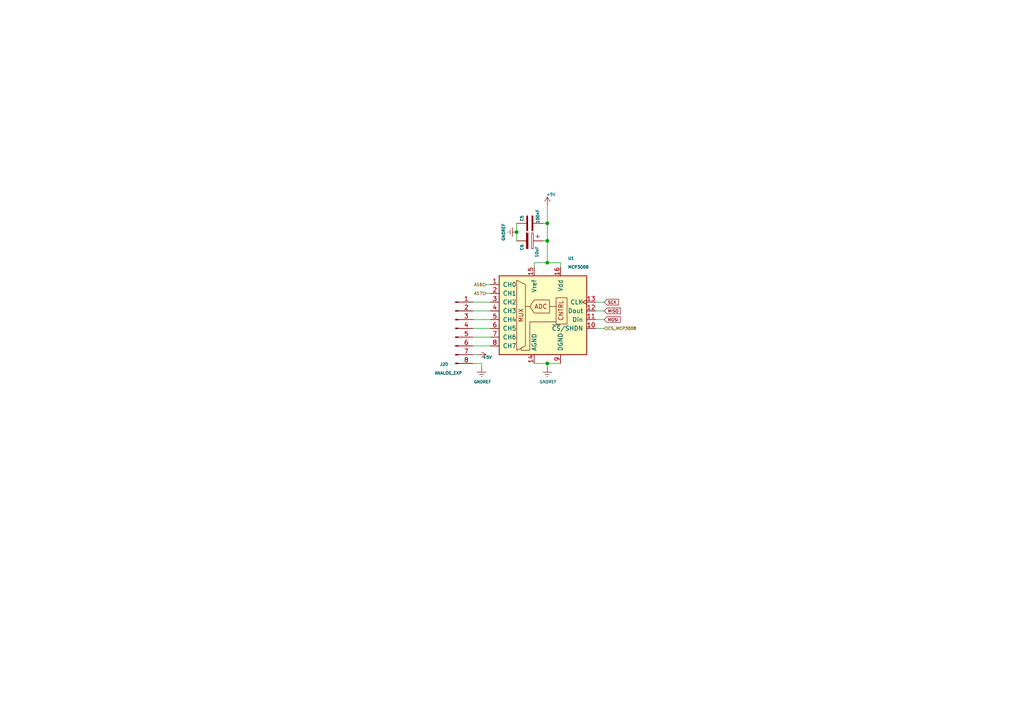
<source format=kicad_sch>
(kicad_sch
	(version 20250114)
	(generator "eeschema")
	(generator_version "9.0")
	(uuid "748780be-8cce-46a2-a9a8-b4f1a3a5267c")
	(paper "A4")
	(lib_symbols
		(symbol "Library:+5V"
			(power)
			(pin_numbers
				(hide yes)
			)
			(pin_names
				(offset 0)
				(hide yes)
			)
			(exclude_from_sim no)
			(in_bom yes)
			(on_board yes)
			(property "Reference" "#PWR"
				(at 0 -3.81 0)
				(effects
					(font
						(size 1.27 1.27)
					)
					(hide yes)
				)
			)
			(property "Value" "+5V"
				(at 0 3.556 0)
				(effects
					(font
						(size 1.27 1.27)
					)
				)
			)
			(property "Footprint" ""
				(at 0 0 0)
				(effects
					(font
						(size 1.27 1.27)
					)
					(hide yes)
				)
			)
			(property "Datasheet" ""
				(at 0 0 0)
				(effects
					(font
						(size 1.27 1.27)
					)
					(hide yes)
				)
			)
			(property "Description" "Power symbol creates a global label with name \"+5V\""
				(at 0 0 0)
				(effects
					(font
						(size 1.27 1.27)
					)
					(hide yes)
				)
			)
			(property "ki_keywords" "global power"
				(at 0 0 0)
				(effects
					(font
						(size 1.27 1.27)
					)
					(hide yes)
				)
			)
			(symbol "+5V_0_1"
				(polyline
					(pts
						(xy -0.762 1.27) (xy 0 2.54)
					)
					(stroke
						(width 0)
						(type default)
					)
					(fill
						(type none)
					)
				)
				(polyline
					(pts
						(xy 0 2.54) (xy 0.762 1.27)
					)
					(stroke
						(width 0)
						(type default)
					)
					(fill
						(type none)
					)
				)
				(polyline
					(pts
						(xy 0 0) (xy 0 2.54)
					)
					(stroke
						(width 0)
						(type default)
					)
					(fill
						(type none)
					)
				)
			)
			(symbol "+5V_1_1"
				(pin power_in line
					(at 0 0 90)
					(length 0)
					(name "~"
						(effects
							(font
								(size 1.27 1.27)
							)
						)
					)
					(number "1"
						(effects
							(font
								(size 1.27 1.27)
							)
						)
					)
				)
			)
			(embedded_fonts no)
		)
		(symbol "Library:C"
			(pin_numbers
				(hide yes)
			)
			(pin_names
				(offset 0.254)
			)
			(exclude_from_sim no)
			(in_bom yes)
			(on_board yes)
			(property "Reference" "C"
				(at 0.635 2.54 0)
				(effects
					(font
						(size 1.27 1.27)
					)
					(justify left)
				)
			)
			(property "Value" "C"
				(at 0.635 -2.54 0)
				(effects
					(font
						(size 1.27 1.27)
					)
					(justify left)
				)
			)
			(property "Footprint" ""
				(at 0.9652 -3.81 0)
				(effects
					(font
						(size 1.27 1.27)
					)
					(hide yes)
				)
			)
			(property "Datasheet" "~"
				(at 0 0 0)
				(effects
					(font
						(size 1.27 1.27)
					)
					(hide yes)
				)
			)
			(property "Description" "Unpolarized capacitor"
				(at 0 0 0)
				(effects
					(font
						(size 1.27 1.27)
					)
					(hide yes)
				)
			)
			(property "ki_keywords" "cap capacitor"
				(at 0 0 0)
				(effects
					(font
						(size 1.27 1.27)
					)
					(hide yes)
				)
			)
			(property "ki_fp_filters" "C_*"
				(at 0 0 0)
				(effects
					(font
						(size 1.27 1.27)
					)
					(hide yes)
				)
			)
			(symbol "C_0_1"
				(polyline
					(pts
						(xy -2.032 0.762) (xy 2.032 0.762)
					)
					(stroke
						(width 0.508)
						(type default)
					)
					(fill
						(type none)
					)
				)
				(polyline
					(pts
						(xy -2.032 -0.762) (xy 2.032 -0.762)
					)
					(stroke
						(width 0.508)
						(type default)
					)
					(fill
						(type none)
					)
				)
			)
			(symbol "C_1_1"
				(pin passive line
					(at 0 3.81 270)
					(length 2.794)
					(name "~"
						(effects
							(font
								(size 1.27 1.27)
							)
						)
					)
					(number "1"
						(effects
							(font
								(size 1.27 1.27)
							)
						)
					)
				)
				(pin passive line
					(at 0 -3.81 90)
					(length 2.794)
					(name "~"
						(effects
							(font
								(size 1.27 1.27)
							)
						)
					)
					(number "2"
						(effects
							(font
								(size 1.27 1.27)
							)
						)
					)
				)
			)
			(embedded_fonts no)
		)
		(symbol "Library:C_Polarized"
			(pin_numbers
				(hide yes)
			)
			(pin_names
				(offset 0.254)
			)
			(exclude_from_sim no)
			(in_bom yes)
			(on_board yes)
			(property "Reference" "C"
				(at 0.635 2.54 0)
				(effects
					(font
						(size 1.27 1.27)
					)
					(justify left)
				)
			)
			(property "Value" "C_Polarized"
				(at 0.635 -2.54 0)
				(effects
					(font
						(size 1.27 1.27)
					)
					(justify left)
				)
			)
			(property "Footprint" ""
				(at 0.9652 -3.81 0)
				(effects
					(font
						(size 1.27 1.27)
					)
					(hide yes)
				)
			)
			(property "Datasheet" "~"
				(at 0 0 0)
				(effects
					(font
						(size 1.27 1.27)
					)
					(hide yes)
				)
			)
			(property "Description" "Polarized capacitor"
				(at 0 0 0)
				(effects
					(font
						(size 1.27 1.27)
					)
					(hide yes)
				)
			)
			(property "ki_keywords" "cap capacitor"
				(at 0 0 0)
				(effects
					(font
						(size 1.27 1.27)
					)
					(hide yes)
				)
			)
			(property "ki_fp_filters" "CP_*"
				(at 0 0 0)
				(effects
					(font
						(size 1.27 1.27)
					)
					(hide yes)
				)
			)
			(symbol "C_Polarized_0_1"
				(rectangle
					(start -2.286 0.508)
					(end 2.286 1.016)
					(stroke
						(width 0)
						(type default)
					)
					(fill
						(type none)
					)
				)
				(polyline
					(pts
						(xy -1.778 2.286) (xy -0.762 2.286)
					)
					(stroke
						(width 0)
						(type default)
					)
					(fill
						(type none)
					)
				)
				(polyline
					(pts
						(xy -1.27 2.794) (xy -1.27 1.778)
					)
					(stroke
						(width 0)
						(type default)
					)
					(fill
						(type none)
					)
				)
				(rectangle
					(start 2.286 -0.508)
					(end -2.286 -1.016)
					(stroke
						(width 0)
						(type default)
					)
					(fill
						(type outline)
					)
				)
			)
			(symbol "C_Polarized_1_1"
				(pin passive line
					(at 0 3.81 270)
					(length 2.794)
					(name "~"
						(effects
							(font
								(size 1.27 1.27)
							)
						)
					)
					(number "1"
						(effects
							(font
								(size 1.27 1.27)
							)
						)
					)
				)
				(pin passive line
					(at 0 -3.81 90)
					(length 2.794)
					(name "~"
						(effects
							(font
								(size 1.27 1.27)
							)
						)
					)
					(number "2"
						(effects
							(font
								(size 1.27 1.27)
							)
						)
					)
				)
			)
			(embedded_fonts no)
		)
		(symbol "Library:Conn_01x08_Pin"
			(pin_names
				(offset 1.016)
				(hide yes)
			)
			(exclude_from_sim no)
			(in_bom yes)
			(on_board yes)
			(property "Reference" "J"
				(at 0 10.16 0)
				(effects
					(font
						(size 1.27 1.27)
					)
				)
			)
			(property "Value" "Conn_01x08_Pin"
				(at 0 -12.7 0)
				(effects
					(font
						(size 1.27 1.27)
					)
				)
			)
			(property "Footprint" ""
				(at 0 0 0)
				(effects
					(font
						(size 1.27 1.27)
					)
					(hide yes)
				)
			)
			(property "Datasheet" "~"
				(at 0 0 0)
				(effects
					(font
						(size 1.27 1.27)
					)
					(hide yes)
				)
			)
			(property "Description" "Generic connector, single row, 01x08, script generated"
				(at 0 0 0)
				(effects
					(font
						(size 1.27 1.27)
					)
					(hide yes)
				)
			)
			(property "ki_locked" ""
				(at 0 0 0)
				(effects
					(font
						(size 1.27 1.27)
					)
				)
			)
			(property "ki_keywords" "connector"
				(at 0 0 0)
				(effects
					(font
						(size 1.27 1.27)
					)
					(hide yes)
				)
			)
			(property "ki_fp_filters" "Connector*:*_1x??_*"
				(at 0 0 0)
				(effects
					(font
						(size 1.27 1.27)
					)
					(hide yes)
				)
			)
			(symbol "Conn_01x08_Pin_1_1"
				(rectangle
					(start 0.8636 7.747)
					(end 0 7.493)
					(stroke
						(width 0.1524)
						(type default)
					)
					(fill
						(type outline)
					)
				)
				(rectangle
					(start 0.8636 5.207)
					(end 0 4.953)
					(stroke
						(width 0.1524)
						(type default)
					)
					(fill
						(type outline)
					)
				)
				(rectangle
					(start 0.8636 2.667)
					(end 0 2.413)
					(stroke
						(width 0.1524)
						(type default)
					)
					(fill
						(type outline)
					)
				)
				(rectangle
					(start 0.8636 0.127)
					(end 0 -0.127)
					(stroke
						(width 0.1524)
						(type default)
					)
					(fill
						(type outline)
					)
				)
				(rectangle
					(start 0.8636 -2.413)
					(end 0 -2.667)
					(stroke
						(width 0.1524)
						(type default)
					)
					(fill
						(type outline)
					)
				)
				(rectangle
					(start 0.8636 -4.953)
					(end 0 -5.207)
					(stroke
						(width 0.1524)
						(type default)
					)
					(fill
						(type outline)
					)
				)
				(rectangle
					(start 0.8636 -7.493)
					(end 0 -7.747)
					(stroke
						(width 0.1524)
						(type default)
					)
					(fill
						(type outline)
					)
				)
				(rectangle
					(start 0.8636 -10.033)
					(end 0 -10.287)
					(stroke
						(width 0.1524)
						(type default)
					)
					(fill
						(type outline)
					)
				)
				(polyline
					(pts
						(xy 1.27 7.62) (xy 0.8636 7.62)
					)
					(stroke
						(width 0.1524)
						(type default)
					)
					(fill
						(type none)
					)
				)
				(polyline
					(pts
						(xy 1.27 5.08) (xy 0.8636 5.08)
					)
					(stroke
						(width 0.1524)
						(type default)
					)
					(fill
						(type none)
					)
				)
				(polyline
					(pts
						(xy 1.27 2.54) (xy 0.8636 2.54)
					)
					(stroke
						(width 0.1524)
						(type default)
					)
					(fill
						(type none)
					)
				)
				(polyline
					(pts
						(xy 1.27 0) (xy 0.8636 0)
					)
					(stroke
						(width 0.1524)
						(type default)
					)
					(fill
						(type none)
					)
				)
				(polyline
					(pts
						(xy 1.27 -2.54) (xy 0.8636 -2.54)
					)
					(stroke
						(width 0.1524)
						(type default)
					)
					(fill
						(type none)
					)
				)
				(polyline
					(pts
						(xy 1.27 -5.08) (xy 0.8636 -5.08)
					)
					(stroke
						(width 0.1524)
						(type default)
					)
					(fill
						(type none)
					)
				)
				(polyline
					(pts
						(xy 1.27 -7.62) (xy 0.8636 -7.62)
					)
					(stroke
						(width 0.1524)
						(type default)
					)
					(fill
						(type none)
					)
				)
				(polyline
					(pts
						(xy 1.27 -10.16) (xy 0.8636 -10.16)
					)
					(stroke
						(width 0.1524)
						(type default)
					)
					(fill
						(type none)
					)
				)
				(pin passive line
					(at 5.08 7.62 180)
					(length 3.81)
					(name "Pin_1"
						(effects
							(font
								(size 1.27 1.27)
							)
						)
					)
					(number "1"
						(effects
							(font
								(size 1.27 1.27)
							)
						)
					)
				)
				(pin passive line
					(at 5.08 5.08 180)
					(length 3.81)
					(name "Pin_2"
						(effects
							(font
								(size 1.27 1.27)
							)
						)
					)
					(number "2"
						(effects
							(font
								(size 1.27 1.27)
							)
						)
					)
				)
				(pin passive line
					(at 5.08 2.54 180)
					(length 3.81)
					(name "Pin_3"
						(effects
							(font
								(size 1.27 1.27)
							)
						)
					)
					(number "3"
						(effects
							(font
								(size 1.27 1.27)
							)
						)
					)
				)
				(pin passive line
					(at 5.08 0 180)
					(length 3.81)
					(name "Pin_4"
						(effects
							(font
								(size 1.27 1.27)
							)
						)
					)
					(number "4"
						(effects
							(font
								(size 1.27 1.27)
							)
						)
					)
				)
				(pin passive line
					(at 5.08 -2.54 180)
					(length 3.81)
					(name "Pin_5"
						(effects
							(font
								(size 1.27 1.27)
							)
						)
					)
					(number "5"
						(effects
							(font
								(size 1.27 1.27)
							)
						)
					)
				)
				(pin passive line
					(at 5.08 -5.08 180)
					(length 3.81)
					(name "Pin_6"
						(effects
							(font
								(size 1.27 1.27)
							)
						)
					)
					(number "6"
						(effects
							(font
								(size 1.27 1.27)
							)
						)
					)
				)
				(pin passive line
					(at 5.08 -7.62 180)
					(length 3.81)
					(name "Pin_7"
						(effects
							(font
								(size 1.27 1.27)
							)
						)
					)
					(number "7"
						(effects
							(font
								(size 1.27 1.27)
							)
						)
					)
				)
				(pin passive line
					(at 5.08 -10.16 180)
					(length 3.81)
					(name "Pin_8"
						(effects
							(font
								(size 1.27 1.27)
							)
						)
					)
					(number "8"
						(effects
							(font
								(size 1.27 1.27)
							)
						)
					)
				)
			)
			(embedded_fonts no)
		)
		(symbol "Library:GNDREF"
			(power)
			(pin_numbers
				(hide yes)
			)
			(pin_names
				(offset 0)
				(hide yes)
			)
			(exclude_from_sim no)
			(in_bom yes)
			(on_board yes)
			(property "Reference" "#PWR"
				(at 0 -6.35 0)
				(effects
					(font
						(size 1.27 1.27)
					)
					(hide yes)
				)
			)
			(property "Value" "GNDREF"
				(at 0 -3.81 0)
				(effects
					(font
						(size 1.27 1.27)
					)
				)
			)
			(property "Footprint" ""
				(at 0 0 0)
				(effects
					(font
						(size 1.27 1.27)
					)
					(hide yes)
				)
			)
			(property "Datasheet" ""
				(at 0 0 0)
				(effects
					(font
						(size 1.27 1.27)
					)
					(hide yes)
				)
			)
			(property "Description" "Power symbol creates a global label with name \"GNDREF\" , reference supply ground"
				(at 0 0 0)
				(effects
					(font
						(size 1.27 1.27)
					)
					(hide yes)
				)
			)
			(property "ki_keywords" "global power"
				(at 0 0 0)
				(effects
					(font
						(size 1.27 1.27)
					)
					(hide yes)
				)
			)
			(symbol "GNDREF_0_1"
				(polyline
					(pts
						(xy -0.635 -1.905) (xy 0.635 -1.905)
					)
					(stroke
						(width 0)
						(type default)
					)
					(fill
						(type none)
					)
				)
				(polyline
					(pts
						(xy -0.127 -2.54) (xy 0.127 -2.54)
					)
					(stroke
						(width 0)
						(type default)
					)
					(fill
						(type none)
					)
				)
				(polyline
					(pts
						(xy 0 -1.27) (xy 0 0)
					)
					(stroke
						(width 0)
						(type default)
					)
					(fill
						(type none)
					)
				)
				(polyline
					(pts
						(xy 1.27 -1.27) (xy -1.27 -1.27)
					)
					(stroke
						(width 0)
						(type default)
					)
					(fill
						(type none)
					)
				)
			)
			(symbol "GNDREF_1_1"
				(pin power_in line
					(at 0 0 270)
					(length 0)
					(name "~"
						(effects
							(font
								(size 1.27 1.27)
							)
						)
					)
					(number "1"
						(effects
							(font
								(size 1.27 1.27)
							)
						)
					)
				)
			)
			(embedded_fonts no)
		)
		(symbol "Library:MCP3008"
			(pin_names
				(offset 1.016)
			)
			(exclude_from_sim no)
			(in_bom yes)
			(on_board yes)
			(property "Reference" "U"
				(at -5.08 13.335 0)
				(effects
					(font
						(size 1.27 1.27)
					)
					(justify right)
				)
			)
			(property "Value" "MCP3008"
				(at -5.08 11.43 0)
				(effects
					(font
						(size 1.27 1.27)
					)
					(justify right)
				)
			)
			(property "Footprint" ""
				(at 2.54 2.54 0)
				(effects
					(font
						(size 1.27 1.27)
					)
					(hide yes)
				)
			)
			(property "Datasheet" "http://ww1.microchip.com/downloads/en/DeviceDoc/21295d.pdf"
				(at 2.54 2.54 0)
				(effects
					(font
						(size 1.27 1.27)
					)
					(hide yes)
				)
			)
			(property "Description" "A/D Converter, 10-Bit, 8-Channel, SPI Interface , 2.7V-5.5V"
				(at 0 0 0)
				(effects
					(font
						(size 1.27 1.27)
					)
					(hide yes)
				)
			)
			(property "ki_keywords" "12bit ADC Reference Single Supply SPI 8CH"
				(at 0 0 0)
				(effects
					(font
						(size 1.27 1.27)
					)
					(hide yes)
				)
			)
			(property "ki_fp_filters" "DIP*W7.62mm* SOIC*3.9x9.9mm*P1.27mm*"
				(at 0 0 0)
				(effects
					(font
						(size 1.27 1.27)
					)
					(hide yes)
				)
			)
			(symbol "MCP3008_0_0"
				(text "MUX"
					(at -6.35 -1.27 900)
					(effects
						(font
							(size 1.27 1.27)
						)
					)
				)
				(text "ADC"
					(at -0.635 1.27 0)
					(effects
						(font
							(size 1.27 1.27)
						)
					)
				)
				(text "CNTRL"
					(at 5.969 -2.921 900)
					(effects
						(font
							(size 1.27 1.27)
						)
						(justify left bottom)
					)
				)
			)
			(symbol "MCP3008_0_1"
				(polyline
					(pts
						(xy -7.62 8.89) (xy -7.62 -11.43) (xy -5.08 -10.16) (xy -5.08 7.62) (xy -7.62 8.89)
					)
					(stroke
						(width 0)
						(type default)
					)
					(fill
						(type none)
					)
				)
				(polyline
					(pts
						(xy -3.81 1.27) (xy -5.08 1.27)
					)
					(stroke
						(width 0)
						(type default)
					)
					(fill
						(type none)
					)
				)
				(polyline
					(pts
						(xy 1.905 3.175) (xy 1.905 -0.635) (xy -2.54 -0.635) (xy -3.81 1.27) (xy -2.54 3.175) (xy 1.905 3.175)
					)
					(stroke
						(width 0)
						(type default)
					)
					(fill
						(type none)
					)
				)
				(polyline
					(pts
						(xy 1.905 1.27) (xy 3.81 1.27)
					)
					(stroke
						(width 0)
						(type default)
					)
					(fill
						(type none)
					)
				)
				(polyline
					(pts
						(xy 3.81 -3.175) (xy -3.81 -3.175) (xy -3.81 -11.43) (xy -6.35 -11.43) (xy -6.35 -10.795)
					)
					(stroke
						(width 0)
						(type default)
					)
					(fill
						(type none)
					)
				)
				(rectangle
					(start 3.81 -3.81)
					(end 6.985 3.81)
					(stroke
						(width 0)
						(type default)
					)
					(fill
						(type none)
					)
				)
				(rectangle
					(start 12.7 -12.7)
					(end -12.7 10.16)
					(stroke
						(width 0.254)
						(type default)
					)
					(fill
						(type background)
					)
				)
			)
			(symbol "MCP3008_1_1"
				(pin input line
					(at -15.24 7.62 0)
					(length 2.54)
					(name "CH0"
						(effects
							(font
								(size 1.27 1.27)
							)
						)
					)
					(number "1"
						(effects
							(font
								(size 1.27 1.27)
							)
						)
					)
				)
				(pin input line
					(at -15.24 5.08 0)
					(length 2.54)
					(name "CH1"
						(effects
							(font
								(size 1.27 1.27)
							)
						)
					)
					(number "2"
						(effects
							(font
								(size 1.27 1.27)
							)
						)
					)
				)
				(pin input line
					(at -15.24 2.54 0)
					(length 2.54)
					(name "CH2"
						(effects
							(font
								(size 1.27 1.27)
							)
						)
					)
					(number "3"
						(effects
							(font
								(size 1.27 1.27)
							)
						)
					)
				)
				(pin input line
					(at -15.24 0 0)
					(length 2.54)
					(name "CH3"
						(effects
							(font
								(size 1.27 1.27)
							)
						)
					)
					(number "4"
						(effects
							(font
								(size 1.27 1.27)
							)
						)
					)
				)
				(pin input line
					(at -15.24 -2.54 0)
					(length 2.54)
					(name "CH4"
						(effects
							(font
								(size 1.27 1.27)
							)
						)
					)
					(number "5"
						(effects
							(font
								(size 1.27 1.27)
							)
						)
					)
				)
				(pin input line
					(at -15.24 -5.08 0)
					(length 2.54)
					(name "CH5"
						(effects
							(font
								(size 1.27 1.27)
							)
						)
					)
					(number "6"
						(effects
							(font
								(size 1.27 1.27)
							)
						)
					)
				)
				(pin input line
					(at -15.24 -7.62 0)
					(length 2.54)
					(name "CH6"
						(effects
							(font
								(size 1.27 1.27)
							)
						)
					)
					(number "7"
						(effects
							(font
								(size 1.27 1.27)
							)
						)
					)
				)
				(pin input line
					(at -15.24 -10.16 0)
					(length 2.54)
					(name "CH7"
						(effects
							(font
								(size 1.27 1.27)
							)
						)
					)
					(number "8"
						(effects
							(font
								(size 1.27 1.27)
							)
						)
					)
				)
				(pin power_in line
					(at -2.54 12.7 270)
					(length 2.54)
					(name "Vref"
						(effects
							(font
								(size 1.27 1.27)
							)
						)
					)
					(number "15"
						(effects
							(font
								(size 1.27 1.27)
							)
						)
					)
				)
				(pin power_in line
					(at -2.54 -15.24 90)
					(length 2.54)
					(name "AGND"
						(effects
							(font
								(size 1.27 1.27)
							)
						)
					)
					(number "14"
						(effects
							(font
								(size 1.27 1.27)
							)
						)
					)
				)
				(pin power_in line
					(at 5.08 12.7 270)
					(length 2.54)
					(name "Vdd"
						(effects
							(font
								(size 1.27 1.27)
							)
						)
					)
					(number "16"
						(effects
							(font
								(size 1.27 1.27)
							)
						)
					)
				)
				(pin power_in line
					(at 5.08 -15.24 90)
					(length 2.54)
					(name "DGND"
						(effects
							(font
								(size 1.27 1.27)
							)
						)
					)
					(number "9"
						(effects
							(font
								(size 1.27 1.27)
							)
						)
					)
				)
				(pin input clock
					(at 15.24 2.54 180)
					(length 2.54)
					(name "CLK"
						(effects
							(font
								(size 1.27 1.27)
							)
						)
					)
					(number "13"
						(effects
							(font
								(size 1.27 1.27)
							)
						)
					)
				)
				(pin output line
					(at 15.24 0 180)
					(length 2.54)
					(name "Dout"
						(effects
							(font
								(size 1.27 1.27)
							)
						)
					)
					(number "12"
						(effects
							(font
								(size 1.27 1.27)
							)
						)
					)
				)
				(pin input line
					(at 15.24 -2.54 180)
					(length 2.54)
					(name "Din"
						(effects
							(font
								(size 1.27 1.27)
							)
						)
					)
					(number "11"
						(effects
							(font
								(size 1.27 1.27)
							)
						)
					)
				)
				(pin input line
					(at 15.24 -5.08 180)
					(length 2.54)
					(name "~{CS}/SHDN"
						(effects
							(font
								(size 1.27 1.27)
							)
						)
					)
					(number "10"
						(effects
							(font
								(size 1.27 1.27)
							)
						)
					)
				)
			)
			(embedded_fonts no)
		)
	)
	(junction
		(at 158.75 64.77)
		(diameter 0)
		(color 0 0 0 0)
		(uuid "6a133a8b-d070-4166-8e30-4af77a3febda")
	)
	(junction
		(at 149.86 67.31)
		(diameter 0)
		(color 0 0 0 0)
		(uuid "6d821b3d-41bf-4822-b1ec-329a6a1f530a")
	)
	(junction
		(at 158.75 69.85)
		(diameter 0)
		(color 0 0 0 0)
		(uuid "75516dc1-0d90-49a4-8b89-ce159302f6bb")
	)
	(junction
		(at 158.75 105.41)
		(diameter 0)
		(color 0 0 0 0)
		(uuid "da4386e1-3951-4f10-8468-ac9e7fce2a4d")
	)
	(junction
		(at 158.75 76.2)
		(diameter 0)
		(color 0 0 0 0)
		(uuid "eb9e0fce-76fd-4179-a3bd-14b830c8137c")
	)
	(wire
		(pts
			(xy 172.72 90.17) (xy 175.26 90.17)
		)
		(stroke
			(width 0)
			(type default)
		)
		(uuid "06974cfa-3769-4d33-bf98-d5feb8dd2cd4")
	)
	(wire
		(pts
			(xy 140.97 82.55) (xy 142.24 82.55)
		)
		(stroke
			(width 0)
			(type default)
		)
		(uuid "0ab3de63-8ccb-4a3a-a49a-390187defa49")
	)
	(wire
		(pts
			(xy 157.48 69.85) (xy 158.75 69.85)
		)
		(stroke
			(width 0)
			(type default)
		)
		(uuid "13f846f2-3337-436d-83c7-8886742acc45")
	)
	(wire
		(pts
			(xy 162.56 76.2) (xy 162.56 77.47)
		)
		(stroke
			(width 0)
			(type default)
		)
		(uuid "1ed44a85-7dc2-403d-bbec-c1e692929f93")
	)
	(wire
		(pts
			(xy 137.16 87.63) (xy 142.24 87.63)
		)
		(stroke
			(width 0)
			(type default)
		)
		(uuid "28a97c2c-8053-410a-839b-448e5389eab6")
	)
	(wire
		(pts
			(xy 172.72 92.71) (xy 175.26 92.71)
		)
		(stroke
			(width 0)
			(type default)
		)
		(uuid "3ab822b9-ad5d-4c35-bb1b-ff5bfd5e6ddd")
	)
	(wire
		(pts
			(xy 158.75 106.68) (xy 158.75 105.41)
		)
		(stroke
			(width 0)
			(type default)
		)
		(uuid "3aebb851-c8b6-41b9-9b08-d644c829ddb6")
	)
	(wire
		(pts
			(xy 137.16 92.71) (xy 142.24 92.71)
		)
		(stroke
			(width 0)
			(type default)
		)
		(uuid "3e4db546-6fb2-4fc5-9f83-7ded13432cb9")
	)
	(wire
		(pts
			(xy 158.75 59.69) (xy 158.75 64.77)
		)
		(stroke
			(width 0)
			(type default)
		)
		(uuid "3ee2efdb-9a24-40f8-9fff-c3bd08e9fc30")
	)
	(wire
		(pts
			(xy 149.86 67.31) (xy 149.86 64.77)
		)
		(stroke
			(width 0)
			(type default)
		)
		(uuid "550a95ca-4563-4e29-8f53-7d1ec4905c16")
	)
	(wire
		(pts
			(xy 154.94 76.2) (xy 154.94 77.47)
		)
		(stroke
			(width 0)
			(type default)
		)
		(uuid "69c6f656-19b4-4643-ae26-1760431ede32")
	)
	(wire
		(pts
			(xy 137.16 95.25) (xy 142.24 95.25)
		)
		(stroke
			(width 0)
			(type default)
		)
		(uuid "6a005331-0fef-49cc-8f9a-851eb519837a")
	)
	(wire
		(pts
			(xy 158.75 105.41) (xy 154.94 105.41)
		)
		(stroke
			(width 0)
			(type default)
		)
		(uuid "6ddfac82-a873-4bd9-b147-4823143f6b3e")
	)
	(wire
		(pts
			(xy 137.16 100.33) (xy 142.24 100.33)
		)
		(stroke
			(width 0)
			(type default)
		)
		(uuid "7410348f-2dc5-4873-bf6e-7fef82a3bad2")
	)
	(wire
		(pts
			(xy 140.97 85.09) (xy 142.24 85.09)
		)
		(stroke
			(width 0)
			(type default)
		)
		(uuid "792e671f-83b3-4e54-844a-c4101735edae")
	)
	(wire
		(pts
			(xy 137.16 90.17) (xy 142.24 90.17)
		)
		(stroke
			(width 0)
			(type default)
		)
		(uuid "7a678337-0645-4e98-ae6f-51ad49f8cad3")
	)
	(wire
		(pts
			(xy 158.75 69.85) (xy 158.75 76.2)
		)
		(stroke
			(width 0)
			(type default)
		)
		(uuid "7e1f1ea2-4f67-4a46-9531-a96436c10693")
	)
	(wire
		(pts
			(xy 137.16 105.41) (xy 139.7 105.41)
		)
		(stroke
			(width 0)
			(type default)
		)
		(uuid "ab0a7910-cd58-4a74-94d6-86228117876e")
	)
	(wire
		(pts
			(xy 154.94 76.2) (xy 158.75 76.2)
		)
		(stroke
			(width 0)
			(type default)
		)
		(uuid "b0d3822b-2ccd-4d21-aa03-2d2521034409")
	)
	(wire
		(pts
			(xy 139.7 105.41) (xy 139.7 106.68)
		)
		(stroke
			(width 0)
			(type default)
		)
		(uuid "b6373cc5-1be6-4ac2-936a-511ac159fc45")
	)
	(wire
		(pts
			(xy 158.75 64.77) (xy 158.75 69.85)
		)
		(stroke
			(width 0)
			(type default)
		)
		(uuid "bf1035c2-e5c3-4cf8-8fca-04c88e3a3c76")
	)
	(wire
		(pts
			(xy 158.75 105.41) (xy 162.56 105.41)
		)
		(stroke
			(width 0)
			(type default)
		)
		(uuid "bf990a0f-590f-44d3-a8f4-736a4a04b130")
	)
	(wire
		(pts
			(xy 172.72 95.25) (xy 175.26 95.25)
		)
		(stroke
			(width 0)
			(type default)
		)
		(uuid "c6209d20-49fa-4285-bdf4-8df23dcb951d")
	)
	(wire
		(pts
			(xy 137.16 102.87) (xy 138.43 102.87)
		)
		(stroke
			(width 0)
			(type default)
		)
		(uuid "ce5ca40c-eaa9-48b3-bfdf-ba9e40e8ef8e")
	)
	(wire
		(pts
			(xy 137.16 97.79) (xy 142.24 97.79)
		)
		(stroke
			(width 0)
			(type default)
		)
		(uuid "e8cd5691-ff46-40d1-9905-ead70f4d13a0")
	)
	(wire
		(pts
			(xy 158.75 76.2) (xy 162.56 76.2)
		)
		(stroke
			(width 0)
			(type default)
		)
		(uuid "e97c00f7-74a8-4590-a0e2-095a71673f2d")
	)
	(wire
		(pts
			(xy 172.72 87.63) (xy 175.26 87.63)
		)
		(stroke
			(width 0)
			(type default)
		)
		(uuid "f293f9b3-afd7-41c7-8a68-695911d3fe7e")
	)
	(wire
		(pts
			(xy 149.86 69.85) (xy 149.86 67.31)
		)
		(stroke
			(width 0)
			(type default)
		)
		(uuid "f633474c-ae80-4b9f-8ee0-836039e03534")
	)
	(wire
		(pts
			(xy 157.48 64.77) (xy 158.75 64.77)
		)
		(stroke
			(width 0)
			(type default)
		)
		(uuid "f7b98d46-9761-4e54-892a-10f07b0c617f")
	)
	(global_label "MOSI"
		(shape input)
		(at 175.26 92.71 0)
		(fields_autoplaced yes)
		(effects
			(font
				(size 0.85 0.85)
			)
			(justify left)
		)
		(uuid "3e4a4c7c-69b2-49e3-a677-60c58f622347")
		(property "Intersheetrefs" "${INTERSHEET_REFS}"
			(at 180.3344 92.71 0)
			(effects
				(font
					(size 1.27 1.27)
				)
				(justify left)
				(hide yes)
			)
		)
	)
	(global_label "MISO"
		(shape input)
		(at 175.26 90.17 0)
		(fields_autoplaced yes)
		(effects
			(font
				(size 0.85 0.85)
			)
			(justify left)
		)
		(uuid "6d098246-4dd5-400b-83ce-41bc8c15a18d")
		(property "Intersheetrefs" "${INTERSHEET_REFS}"
			(at 180.3344 90.17 0)
			(effects
				(font
					(size 1.27 1.27)
				)
				(justify left)
				(hide yes)
			)
		)
	)
	(global_label "SCK"
		(shape input)
		(at 175.26 87.63 0)
		(fields_autoplaced yes)
		(effects
			(font
				(size 0.85 0.85)
			)
			(justify left)
		)
		(uuid "9689bc8f-d94b-41f3-96b9-33b48a729f36")
		(property "Intersheetrefs" "${INTERSHEET_REFS}"
			(at 179.7677 87.63 0)
			(effects
				(font
					(size 1.27 1.27)
				)
				(justify left)
				(hide yes)
			)
		)
	)
	(hierarchical_label "A16"
		(shape input)
		(at 140.97 82.55 180)
		(effects
			(font
				(size 0.85 0.85)
			)
			(justify right)
		)
		(uuid "5eefd379-ab43-4420-97be-c8b8cb4921e7")
	)
	(hierarchical_label "CS_MCP3008"
		(shape input)
		(at 175.26 95.25 0)
		(effects
			(font
				(size 0.85 0.85)
			)
			(justify left)
		)
		(uuid "6ac967f0-6451-435b-a23f-7e8289d8b908")
	)
	(hierarchical_label "A17"
		(shape input)
		(at 140.97 85.09 180)
		(effects
			(font
				(size 0.85 0.85)
			)
			(justify right)
		)
		(uuid "ea6c74ce-a0d6-4514-a005-24819bdc06dc")
	)
	(symbol
		(lib_id "Library:+5V")
		(at 138.43 102.87 270)
		(unit 1)
		(exclude_from_sim no)
		(in_bom yes)
		(on_board yes)
		(dnp no)
		(uuid "09fd77c5-c94a-458e-89e9-50250eb48854")
		(property "Reference" "#PWR054"
			(at 134.62 102.87 0)
			(effects
				(font
					(size 0.85 0.85)
				)
				(hide yes)
			)
		)
		(property "Value" "+5V"
			(at 139.954 103.632 90)
			(effects
				(font
					(size 0.85 0.85)
				)
				(justify left)
			)
		)
		(property "Footprint" ""
			(at 138.43 102.87 0)
			(effects
				(font
					(size 0.85 0.85)
				)
				(hide yes)
			)
		)
		(property "Datasheet" ""
			(at 138.43 102.87 0)
			(effects
				(font
					(size 0.85 0.85)
				)
				(hide yes)
			)
		)
		(property "Description" "Power symbol creates a global label with name \"+5V\""
			(at 138.43 102.87 0)
			(effects
				(font
					(size 0.85 0.85)
				)
				(hide yes)
			)
		)
		(pin "1"
			(uuid "fd58bce0-5440-479d-b47d-e3b0547cfd48")
		)
		(instances
			(project "MoistureDatalogger"
				(path "/2465b45a-61bf-4bb8-9f23-f35ab1c53bad/e4c15dcc-1a1f-4c1d-8b79-58b3189d10b6"
					(reference "#PWR054")
					(unit 1)
				)
			)
		)
	)
	(symbol
		(lib_id "Library:C_Polarized")
		(at 153.67 69.85 270)
		(unit 1)
		(exclude_from_sim no)
		(in_bom yes)
		(on_board yes)
		(dnp no)
		(uuid "2d4e5a70-340c-43e6-a471-42c167934a80")
		(property "Reference" "C6"
			(at 151.384 72.644 0)
			(effects
				(font
					(size 0.85 0.85)
				)
				(justify right)
			)
		)
		(property "Value" "10uF"
			(at 155.702 74.676 0)
			(effects
				(font
					(size 0.85 0.85)
				)
				(justify right)
			)
		)
		(property "Footprint" "Library:C_0805_2012Metric"
			(at 149.86 70.8152 0)
			(effects
				(font
					(size 0.85 0.85)
				)
				(hide yes)
			)
		)
		(property "Datasheet" "~"
			(at 153.67 69.85 0)
			(effects
				(font
					(size 0.85 0.85)
				)
				(hide yes)
			)
		)
		(property "Description" "Polarized capacitor"
			(at 153.67 69.85 0)
			(effects
				(font
					(size 0.85 0.85)
				)
				(hide yes)
			)
		)
		(pin "2"
			(uuid "0eeaaf74-6416-4825-a192-05b6b3f878c9")
		)
		(pin "1"
			(uuid "386d48a3-f619-49c4-b217-2010feaf4c91")
		)
		(instances
			(project "MoistureDatalogger"
				(path "/2465b45a-61bf-4bb8-9f23-f35ab1c53bad/e4c15dcc-1a1f-4c1d-8b79-58b3189d10b6"
					(reference "C6")
					(unit 1)
				)
			)
		)
	)
	(symbol
		(lib_id "Library:GNDREF")
		(at 158.75 106.68 0)
		(unit 1)
		(exclude_from_sim no)
		(in_bom yes)
		(on_board yes)
		(dnp no)
		(uuid "37029173-b4e9-4c38-b5ca-cdd0d5696da6")
		(property "Reference" "#PWR046"
			(at 158.75 113.03 0)
			(effects
				(font
					(size 0.85 0.85)
				)
				(hide yes)
			)
		)
		(property "Value" "GNDREF"
			(at 159.004 110.744 0)
			(effects
				(font
					(size 0.85 0.85)
				)
			)
		)
		(property "Footprint" ""
			(at 158.75 106.68 0)
			(effects
				(font
					(size 0.85 0.85)
				)
				(hide yes)
			)
		)
		(property "Datasheet" ""
			(at 158.75 106.68 0)
			(effects
				(font
					(size 0.85 0.85)
				)
				(hide yes)
			)
		)
		(property "Description" "Power symbol creates a global label with name \"GNDREF\" , reference supply ground"
			(at 158.75 106.68 0)
			(effects
				(font
					(size 0.85 0.85)
				)
				(hide yes)
			)
		)
		(pin "1"
			(uuid "67191001-8e64-49c1-a658-df1dccd1c7ff")
		)
		(instances
			(project ""
				(path "/2465b45a-61bf-4bb8-9f23-f35ab1c53bad/e4c15dcc-1a1f-4c1d-8b79-58b3189d10b6"
					(reference "#PWR046")
					(unit 1)
				)
			)
		)
	)
	(symbol
		(lib_id "Library:C")
		(at 153.67 64.77 90)
		(unit 1)
		(exclude_from_sim no)
		(in_bom yes)
		(on_board yes)
		(dnp no)
		(uuid "39ab1661-2a87-4390-8625-eb10d1632806")
		(property "Reference" "C5"
			(at 151.384 64.262 0)
			(effects
				(font
					(size 0.85 0.85)
				)
				(justify left)
			)
		)
		(property "Value" "100nF"
			(at 155.956 64.77 0)
			(effects
				(font
					(size 0.85 0.85)
				)
				(justify left)
			)
		)
		(property "Footprint" "Library:C_0805_2012Metric"
			(at 157.48 63.8048 0)
			(effects
				(font
					(size 0.85 0.85)
				)
				(hide yes)
			)
		)
		(property "Datasheet" "~"
			(at 153.67 64.77 0)
			(effects
				(font
					(size 0.85 0.85)
				)
				(hide yes)
			)
		)
		(property "Description" "Unpolarized capacitor"
			(at 153.67 64.77 0)
			(effects
				(font
					(size 0.85 0.85)
				)
				(hide yes)
			)
		)
		(pin "1"
			(uuid "491c678a-b1f1-45e4-8ae5-d30c2c7578bb")
		)
		(pin "2"
			(uuid "66a6e841-5c4b-431e-8794-5c3ba28284cf")
		)
		(instances
			(project "MoistureDatalogger"
				(path "/2465b45a-61bf-4bb8-9f23-f35ab1c53bad/e4c15dcc-1a1f-4c1d-8b79-58b3189d10b6"
					(reference "C5")
					(unit 1)
				)
			)
		)
	)
	(symbol
		(lib_id "Library:Conn_01x08_Pin")
		(at 132.08 95.25 0)
		(unit 1)
		(exclude_from_sim no)
		(in_bom yes)
		(on_board yes)
		(dnp no)
		(uuid "49c1872a-748f-4811-a9d6-f0bc4a34e62c")
		(property "Reference" "J20"
			(at 128.778 105.664 0)
			(effects
				(font
					(size 0.85 0.85)
				)
			)
		)
		(property "Value" "ANALOG_EXP"
			(at 130.048 108.204 0)
			(effects
				(font
					(size 0.85 0.85)
				)
			)
		)
		(property "Footprint" "Library:JST_XH_B8B-XH-A_1x08_P2.50mm_Vertical"
			(at 132.08 95.25 0)
			(effects
				(font
					(size 0.85 0.85)
				)
				(hide yes)
			)
		)
		(property "Datasheet" "~"
			(at 132.08 95.25 0)
			(effects
				(font
					(size 0.85 0.85)
				)
				(hide yes)
			)
		)
		(property "Description" "Generic connector, single row, 01x08, script generated"
			(at 132.08 95.25 0)
			(effects
				(font
					(size 0.85 0.85)
				)
				(hide yes)
			)
		)
		(pin "2"
			(uuid "eaf342a4-845e-4954-b949-af411f18716a")
		)
		(pin "3"
			(uuid "1492c265-753a-4b9b-b5e5-353d3f5eae8d")
		)
		(pin "6"
			(uuid "934af538-425b-48ee-aa23-a5143cb3815b")
		)
		(pin "5"
			(uuid "ac8c9f41-de0d-4d23-8e02-a8606106cba3")
		)
		(pin "1"
			(uuid "5d7af18c-6b6e-42bd-9864-66158511239f")
		)
		(pin "4"
			(uuid "5329387e-8e78-451a-859c-c5a1f721f6ea")
		)
		(pin "8"
			(uuid "22e88266-fe7a-44e1-a477-63958d674284")
		)
		(pin "7"
			(uuid "eb935dfc-bf5f-4408-9c8d-5aeed7e9f24e")
		)
		(instances
			(project ""
				(path "/2465b45a-61bf-4bb8-9f23-f35ab1c53bad/e4c15dcc-1a1f-4c1d-8b79-58b3189d10b6"
					(reference "J20")
					(unit 1)
				)
			)
		)
	)
	(symbol
		(lib_id "Library:MCP3008")
		(at 157.48 90.17 0)
		(unit 1)
		(exclude_from_sim no)
		(in_bom yes)
		(on_board yes)
		(dnp no)
		(fields_autoplaced yes)
		(uuid "7ffac8f8-bc7c-4636-b29f-1223b4b1ae46")
		(property "Reference" "U1"
			(at 164.7033 74.93 0)
			(effects
				(font
					(size 0.85 0.85)
				)
				(justify left)
			)
		)
		(property "Value" "MCP3008"
			(at 164.7033 77.47 0)
			(effects
				(font
					(size 0.85 0.85)
				)
				(justify left)
			)
		)
		(property "Footprint" "Library:SOIC-16_3.9x9.9mm_P1.27mm"
			(at 160.02 87.63 0)
			(effects
				(font
					(size 0.85 0.85)
				)
				(hide yes)
			)
		)
		(property "Datasheet" "http://ww1.microchip.com/downloads/en/DeviceDoc/21295d.pdf"
			(at 160.02 87.63 0)
			(effects
				(font
					(size 0.85 0.85)
				)
				(hide yes)
			)
		)
		(property "Description" "A/D Converter, 10-Bit, 8-Channel, SPI Interface , 2.7V-5.5V"
			(at 157.48 90.17 0)
			(effects
				(font
					(size 0.85 0.85)
				)
				(hide yes)
			)
		)
		(pin "7"
			(uuid "eb3e5c00-b855-464e-866b-1bc274b9c99d")
		)
		(pin "5"
			(uuid "e004da8d-9395-4fa7-9426-3cb72d7c8596")
		)
		(pin "2"
			(uuid "597ce183-6070-45a0-8694-49489a3b372b")
		)
		(pin "1"
			(uuid "d4d010e7-56e2-4246-8f83-1dd845433e60")
		)
		(pin "3"
			(uuid "dcbb917c-8118-4ef5-ae51-db0d3a038fef")
		)
		(pin "4"
			(uuid "fe6ff046-fdee-4f4e-b18b-a44d613082ef")
		)
		(pin "6"
			(uuid "180ee1d5-d2a3-4932-83c2-a950aca9f463")
		)
		(pin "10"
			(uuid "7730755e-5f0d-4122-b92f-3db4c353ca68")
		)
		(pin "12"
			(uuid "e72c2707-5906-4a2e-803f-19416cf73cc1")
		)
		(pin "11"
			(uuid "f3624765-3422-4546-8e85-20a491df3879")
		)
		(pin "8"
			(uuid "bd93a7f9-f892-49f8-b636-1b4175ef94a8")
		)
		(pin "16"
			(uuid "85a3261e-ed28-4988-b5c2-328bd1d464c3")
		)
		(pin "9"
			(uuid "64123c52-fd46-49be-8c3a-14a45ba3b431")
		)
		(pin "15"
			(uuid "828c2247-61fd-4c55-a54d-2440be4ecd52")
		)
		(pin "14"
			(uuid "926843eb-bae3-4fff-82d0-3384afddec1a")
		)
		(pin "13"
			(uuid "0b8096c6-d832-411f-aadd-4f997240af7c")
		)
		(instances
			(project ""
				(path "/2465b45a-61bf-4bb8-9f23-f35ab1c53bad/e4c15dcc-1a1f-4c1d-8b79-58b3189d10b6"
					(reference "U1")
					(unit 1)
				)
			)
		)
	)
	(symbol
		(lib_id "Library:GNDREF")
		(at 139.7 106.68 0)
		(unit 1)
		(exclude_from_sim no)
		(in_bom yes)
		(on_board yes)
		(dnp no)
		(uuid "8947be0b-4f1e-46be-80c2-c2ad24de3162")
		(property "Reference" "#PWR053"
			(at 139.7 113.03 0)
			(effects
				(font
					(size 0.85 0.85)
				)
				(hide yes)
			)
		)
		(property "Value" "GNDREF"
			(at 139.954 110.744 0)
			(effects
				(font
					(size 0.85 0.85)
				)
			)
		)
		(property "Footprint" ""
			(at 139.7 106.68 0)
			(effects
				(font
					(size 0.85 0.85)
				)
				(hide yes)
			)
		)
		(property "Datasheet" ""
			(at 139.7 106.68 0)
			(effects
				(font
					(size 0.85 0.85)
				)
				(hide yes)
			)
		)
		(property "Description" "Power symbol creates a global label with name \"GNDREF\" , reference supply ground"
			(at 139.7 106.68 0)
			(effects
				(font
					(size 0.85 0.85)
				)
				(hide yes)
			)
		)
		(pin "1"
			(uuid "65d32ce0-ec58-4a96-9108-35609a94fa21")
		)
		(instances
			(project "MoistureDatalogger"
				(path "/2465b45a-61bf-4bb8-9f23-f35ab1c53bad/e4c15dcc-1a1f-4c1d-8b79-58b3189d10b6"
					(reference "#PWR053")
					(unit 1)
				)
			)
		)
	)
	(symbol
		(lib_id "Library:+5V")
		(at 158.75 59.69 0)
		(unit 1)
		(exclude_from_sim no)
		(in_bom yes)
		(on_board yes)
		(dnp no)
		(uuid "a959ce34-102f-41fc-8fc4-80b556f31a7a")
		(property "Reference" "#PWR045"
			(at 158.75 63.5 0)
			(effects
				(font
					(size 0.85 0.85)
				)
				(hide yes)
			)
		)
		(property "Value" "+5V"
			(at 159.766 56.388 0)
			(effects
				(font
					(size 0.85 0.85)
				)
			)
		)
		(property "Footprint" ""
			(at 158.75 59.69 0)
			(effects
				(font
					(size 0.85 0.85)
				)
				(hide yes)
			)
		)
		(property "Datasheet" ""
			(at 158.75 59.69 0)
			(effects
				(font
					(size 0.85 0.85)
				)
				(hide yes)
			)
		)
		(property "Description" "Power symbol creates a global label with name \"+5V\""
			(at 158.75 59.69 0)
			(effects
				(font
					(size 0.85 0.85)
				)
				(hide yes)
			)
		)
		(pin "1"
			(uuid "520c1997-e10b-43c9-85de-6eb608f99551")
		)
		(instances
			(project "MoistureDatalogger"
				(path "/2465b45a-61bf-4bb8-9f23-f35ab1c53bad/e4c15dcc-1a1f-4c1d-8b79-58b3189d10b6"
					(reference "#PWR045")
					(unit 1)
				)
			)
		)
	)
	(symbol
		(lib_id "Library:GNDREF")
		(at 149.86 67.31 270)
		(mirror x)
		(unit 1)
		(exclude_from_sim no)
		(in_bom yes)
		(on_board yes)
		(dnp no)
		(uuid "fa7f6dc5-f6c3-4e42-b305-4dd8b6ec35be")
		(property "Reference" "#PWR044"
			(at 143.51 67.31 0)
			(effects
				(font
					(size 0.85 0.85)
				)
				(hide yes)
			)
		)
		(property "Value" "GNDREF"
			(at 146.05 67.31 0)
			(effects
				(font
					(size 0.85 0.85)
				)
			)
		)
		(property "Footprint" ""
			(at 149.86 67.31 0)
			(effects
				(font
					(size 0.85 0.85)
				)
				(hide yes)
			)
		)
		(property "Datasheet" ""
			(at 149.86 67.31 0)
			(effects
				(font
					(size 0.85 0.85)
				)
				(hide yes)
			)
		)
		(property "Description" "Power symbol creates a global label with name \"GNDREF\" , reference supply ground"
			(at 149.86 67.31 0)
			(effects
				(font
					(size 0.85 0.85)
				)
				(hide yes)
			)
		)
		(pin "1"
			(uuid "9b243de7-7eba-4c73-abf4-b58fd3ea6fba")
		)
		(instances
			(project "MoistureDatalogger"
				(path "/2465b45a-61bf-4bb8-9f23-f35ab1c53bad/e4c15dcc-1a1f-4c1d-8b79-58b3189d10b6"
					(reference "#PWR044")
					(unit 1)
				)
			)
		)
	)
)

</source>
